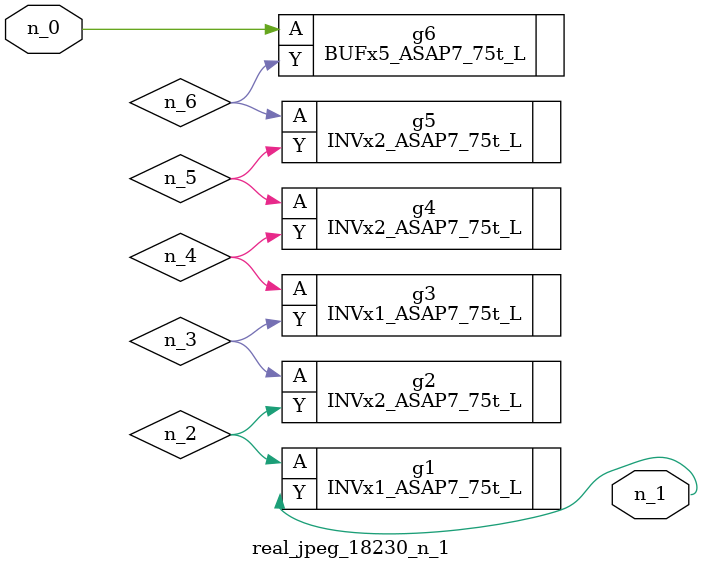
<source format=v>
module real_jpeg_18230_n_1 (n_0, n_1);

input n_0;

output n_1;

wire n_5;
wire n_4;
wire n_2;
wire n_6;
wire n_3;

BUFx5_ASAP7_75t_L g6 ( 
.A(n_0),
.Y(n_6)
);

INVx1_ASAP7_75t_L g1 ( 
.A(n_2),
.Y(n_1)
);

INVx2_ASAP7_75t_L g2 ( 
.A(n_3),
.Y(n_2)
);

INVx1_ASAP7_75t_L g3 ( 
.A(n_4),
.Y(n_3)
);

INVx2_ASAP7_75t_L g4 ( 
.A(n_5),
.Y(n_4)
);

INVx2_ASAP7_75t_L g5 ( 
.A(n_6),
.Y(n_5)
);


endmodule
</source>
